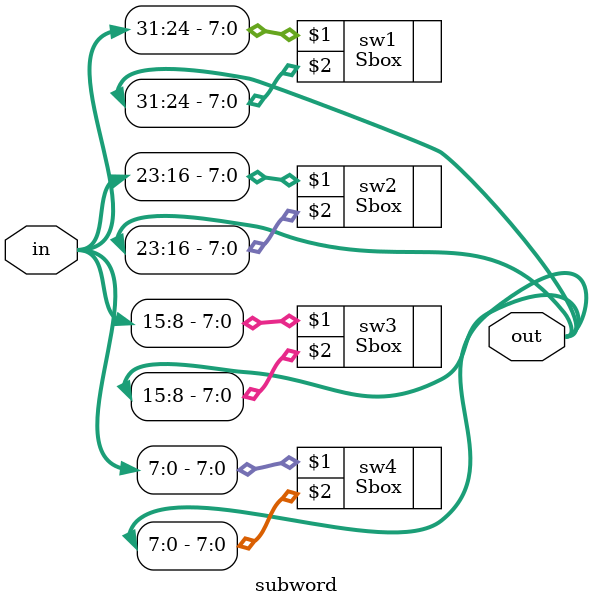
<source format=v>
module subword(in, out);
input [31:0] in;
output [31:0] out;

Sbox sw1(in[31:24], out[31:24]);
Sbox sw2(in[23:16], out[23:16]);
Sbox sw3(in[15:8], out[15:8]);
Sbox sw4(in[7:0], out[7:0]);

endmodule
</source>
